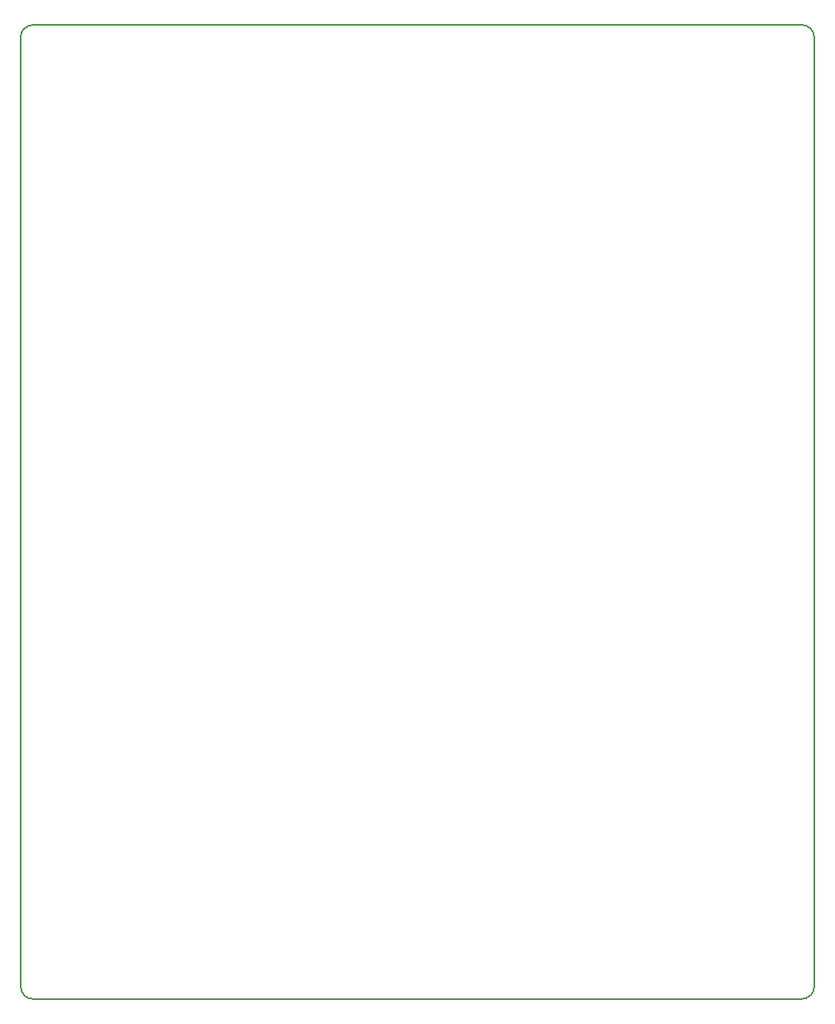
<source format=gbr>
G04 #@! TF.GenerationSoftware,KiCad,Pcbnew,(5.0.2)-1*
G04 #@! TF.CreationDate,2019-03-19T13:08:56+03:00*
G04 #@! TF.ProjectId,STM32F407VET6,53544d33-3246-4343-9037-564554362e6b,rev?*
G04 #@! TF.SameCoordinates,Original*
G04 #@! TF.FileFunction,Profile,NP*
%FSLAX46Y46*%
G04 Gerber Fmt 4.6, Leading zero omitted, Abs format (unit mm)*
G04 Created by KiCad (PCBNEW (5.0.2)-1) date 19/03/2019 13:08:56*
%MOMM*%
%LPD*%
G01*
G04 APERTURE LIST*
%ADD10C,0.150000*%
G04 APERTURE END LIST*
D10*
X115570000Y-56642000D02*
X115570000Y-153797000D01*
X115570000Y-56642000D02*
G75*
G02X116840000Y-55372000I1270000J0D01*
G01*
X195580000Y-55372000D02*
X116840000Y-55372000D01*
X195580000Y-55372000D02*
G75*
G02X196850000Y-56642000I0J-1270000D01*
G01*
X116840000Y-155067000D02*
X195580000Y-155067000D01*
X196850000Y-153797000D02*
X196850000Y-56642000D01*
X196850000Y-153797000D02*
G75*
G02X195580000Y-155067000I-1270000J0D01*
G01*
X116840000Y-155067000D02*
G75*
G02X115570000Y-153797000I0J1270000D01*
G01*
M02*

</source>
